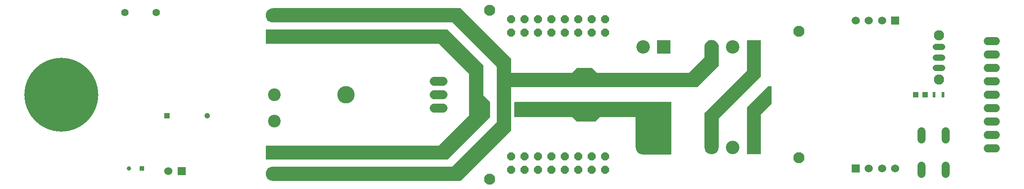
<source format=gbr>
G04 EAGLE Gerber RS-274X export*
G75*
%MOMM*%
%FSLAX34Y34*%
%LPD*%
%INSoldermask Bottom*%
%IPPOS*%
%AMOC8*
5,1,8,0,0,1.08239X$1,22.5*%
G01*
%ADD10C,2.100000*%
%ADD11C,14.000000*%
%ADD12C,1.676400*%
%ADD13C,3.302000*%
%ADD14R,1.524000X1.524000*%
%ADD15C,1.524000*%
%ADD16R,2.550000X2.550000*%
%ADD17C,2.550000*%
%ADD18C,2.400000*%
%ADD19C,1.200000*%
%ADD20C,1.950000*%
%ADD21R,0.600000X1.000000*%
%ADD22R,1.000000X1.100000*%
%ADD23C,1.400000*%
%ADD24C,1.500000*%
%ADD25R,0.804800X0.804800*%
%ADD26C,0.804800*%
%ADD27C,1.050000*%
%ADD28R,1.050000X1.050000*%
%ADD29P,1.649562X8X22.500000*%
%ADD30C,1.524000*%

G36*
X810986Y247595D02*
X810986Y247595D01*
X810981Y247691D01*
X810966Y247734D01*
X810959Y247779D01*
X810920Y247867D01*
X810888Y247958D01*
X810863Y247992D01*
X810843Y248036D01*
X810760Y248134D01*
X810707Y248207D01*
X715707Y343207D01*
X715630Y343264D01*
X715558Y343329D01*
X715517Y343349D01*
X715481Y343376D01*
X715391Y343410D01*
X715305Y343452D01*
X715263Y343458D01*
X715217Y343475D01*
X715090Y343485D01*
X715000Y343499D01*
X360000Y343499D01*
X359954Y343493D01*
X359913Y343495D01*
X357742Y343306D01*
X357648Y343284D01*
X357571Y343275D01*
X355466Y342711D01*
X355377Y342673D01*
X355302Y342652D01*
X353328Y341731D01*
X353247Y341678D01*
X353177Y341644D01*
X351392Y340394D01*
X351321Y340328D01*
X351259Y340282D01*
X349718Y338741D01*
X349660Y338664D01*
X349606Y338608D01*
X348356Y336823D01*
X348316Y336743D01*
X348277Y336685D01*
X348269Y336672D01*
X347809Y335686D01*
X347809Y335685D01*
X347348Y334698D01*
X347320Y334605D01*
X347289Y334534D01*
X346725Y332429D01*
X346713Y332333D01*
X346694Y332258D01*
X346505Y330087D01*
X346510Y329991D01*
X346505Y329913D01*
X346694Y327742D01*
X346716Y327648D01*
X346725Y327571D01*
X347289Y325466D01*
X347327Y325377D01*
X347348Y325302D01*
X348269Y323328D01*
X348322Y323247D01*
X348356Y323177D01*
X349606Y321392D01*
X349672Y321321D01*
X349718Y321259D01*
X351259Y319718D01*
X351336Y319660D01*
X351392Y319606D01*
X353177Y318356D01*
X353263Y318312D01*
X353328Y318269D01*
X355302Y317348D01*
X355359Y317331D01*
X355376Y317323D01*
X355397Y317319D01*
X355466Y317289D01*
X357571Y316725D01*
X357667Y316713D01*
X357742Y316694D01*
X359913Y316505D01*
X359959Y316507D01*
X360000Y316501D01*
X699586Y316501D01*
X784001Y232086D01*
X784001Y127914D01*
X699586Y43499D01*
X360000Y43499D01*
X359954Y43493D01*
X359913Y43495D01*
X357742Y43306D01*
X357648Y43284D01*
X357571Y43275D01*
X355466Y42711D01*
X355377Y42673D01*
X355302Y42652D01*
X353328Y41731D01*
X353247Y41678D01*
X353177Y41644D01*
X351392Y40394D01*
X351321Y40328D01*
X351259Y40282D01*
X349718Y38741D01*
X349660Y38664D01*
X349606Y38608D01*
X348356Y36823D01*
X348312Y36737D01*
X348269Y36672D01*
X347448Y34911D01*
X347348Y34698D01*
X347320Y34605D01*
X347289Y34534D01*
X346725Y32429D01*
X346713Y32333D01*
X346694Y32258D01*
X346505Y30087D01*
X346510Y29991D01*
X346505Y29913D01*
X346694Y27742D01*
X346716Y27648D01*
X346725Y27571D01*
X347289Y25466D01*
X347327Y25377D01*
X347348Y25302D01*
X348269Y23328D01*
X348322Y23247D01*
X348356Y23177D01*
X349606Y21392D01*
X349672Y21321D01*
X349718Y21259D01*
X351259Y19718D01*
X351336Y19660D01*
X351392Y19606D01*
X353177Y18356D01*
X353263Y18312D01*
X353328Y18269D01*
X355302Y17348D01*
X355395Y17320D01*
X355466Y17289D01*
X357571Y16725D01*
X357667Y16713D01*
X357742Y16694D01*
X359913Y16505D01*
X359959Y16507D01*
X360000Y16501D01*
X715000Y16501D01*
X715095Y16514D01*
X715191Y16519D01*
X715234Y16534D01*
X715279Y16541D01*
X715367Y16580D01*
X715458Y16612D01*
X715492Y16637D01*
X715536Y16657D01*
X715634Y16740D01*
X715707Y16793D01*
X810707Y111793D01*
X810764Y111870D01*
X810829Y111942D01*
X810849Y111983D01*
X810876Y112019D01*
X810910Y112109D01*
X810952Y112195D01*
X810958Y112237D01*
X810975Y112283D01*
X810985Y112411D01*
X810999Y112500D01*
X810999Y194001D01*
X1162500Y194001D01*
X1162595Y194014D01*
X1162691Y194019D01*
X1162734Y194034D01*
X1162779Y194041D01*
X1162867Y194080D01*
X1162958Y194112D01*
X1162992Y194137D01*
X1163036Y194157D01*
X1163134Y194240D01*
X1163207Y194293D01*
X1203207Y234293D01*
X1203217Y234307D01*
X1203220Y234310D01*
X1203229Y234324D01*
X1203264Y234370D01*
X1203329Y234442D01*
X1203349Y234483D01*
X1203376Y234519D01*
X1203410Y234609D01*
X1203452Y234695D01*
X1203458Y234737D01*
X1203475Y234783D01*
X1203485Y234911D01*
X1203499Y235000D01*
X1203499Y270000D01*
X1203493Y270046D01*
X1203495Y270087D01*
X1203306Y272258D01*
X1203284Y272352D01*
X1203275Y272429D01*
X1202711Y274534D01*
X1202673Y274623D01*
X1202652Y274698D01*
X1201731Y276672D01*
X1201678Y276753D01*
X1201644Y276823D01*
X1200394Y278608D01*
X1200328Y278679D01*
X1200282Y278741D01*
X1198741Y280282D01*
X1198664Y280340D01*
X1198608Y280394D01*
X1196823Y281644D01*
X1196737Y281688D01*
X1196672Y281731D01*
X1194698Y282652D01*
X1194605Y282680D01*
X1194534Y282711D01*
X1192429Y283275D01*
X1192333Y283287D01*
X1192258Y283306D01*
X1190087Y283495D01*
X1189991Y283490D01*
X1189913Y283495D01*
X1187742Y283306D01*
X1187648Y283284D01*
X1187571Y283275D01*
X1185466Y282711D01*
X1185377Y282673D01*
X1185302Y282652D01*
X1183328Y281731D01*
X1183247Y281678D01*
X1183177Y281644D01*
X1181392Y280394D01*
X1181321Y280328D01*
X1181259Y280282D01*
X1179718Y278741D01*
X1179660Y278664D01*
X1179606Y278608D01*
X1178356Y276823D01*
X1178312Y276737D01*
X1178269Y276672D01*
X1177659Y275364D01*
X1177348Y274698D01*
X1177320Y274605D01*
X1177289Y274534D01*
X1176725Y272429D01*
X1176713Y272333D01*
X1176694Y272258D01*
X1176505Y270087D01*
X1176507Y270041D01*
X1176501Y270000D01*
X1176501Y250414D01*
X1147086Y220999D01*
X973414Y220999D01*
X964707Y229707D01*
X964630Y229764D01*
X964558Y229829D01*
X964517Y229849D01*
X964481Y229876D01*
X964391Y229910D01*
X964305Y229952D01*
X964263Y229958D01*
X964217Y229975D01*
X964090Y229985D01*
X964000Y229999D01*
X935000Y229999D01*
X934905Y229986D01*
X934809Y229981D01*
X934766Y229966D01*
X934721Y229959D01*
X934633Y229920D01*
X934542Y229888D01*
X934508Y229863D01*
X934464Y229843D01*
X934367Y229760D01*
X934293Y229707D01*
X925586Y220999D01*
X810999Y220999D01*
X810999Y247500D01*
X810986Y247595D01*
G37*
G36*
X690095Y56514D02*
X690095Y56514D01*
X690191Y56519D01*
X690234Y56534D01*
X690279Y56541D01*
X690367Y56580D01*
X690458Y56612D01*
X690492Y56637D01*
X690536Y56657D01*
X690634Y56740D01*
X690707Y56793D01*
X770707Y136793D01*
X770764Y136870D01*
X770829Y136942D01*
X770849Y136983D01*
X770876Y137019D01*
X770910Y137109D01*
X770952Y137195D01*
X770958Y137237D01*
X770975Y137283D01*
X770985Y137411D01*
X770999Y137500D01*
X770999Y165000D01*
X770986Y165095D01*
X770981Y165191D01*
X770966Y165234D01*
X770959Y165279D01*
X770920Y165367D01*
X770888Y165458D01*
X770863Y165492D01*
X770843Y165536D01*
X770760Y165634D01*
X770707Y165707D01*
X758499Y177914D01*
X758499Y235000D01*
X758486Y235095D01*
X758481Y235191D01*
X758466Y235234D01*
X758459Y235279D01*
X758420Y235367D01*
X758388Y235458D01*
X758363Y235492D01*
X758343Y235536D01*
X758260Y235634D01*
X758207Y235707D01*
X690707Y303207D01*
X690630Y303264D01*
X690558Y303329D01*
X690517Y303349D01*
X690481Y303376D01*
X690391Y303410D01*
X690305Y303452D01*
X690263Y303458D01*
X690217Y303475D01*
X690090Y303485D01*
X690000Y303499D01*
X347500Y303499D01*
X347436Y303490D01*
X347372Y303491D01*
X347297Y303470D01*
X347221Y303459D01*
X347162Y303433D01*
X347100Y303416D01*
X347034Y303375D01*
X346964Y303343D01*
X346915Y303301D01*
X346860Y303268D01*
X346808Y303210D01*
X346750Y303160D01*
X346714Y303106D01*
X346671Y303058D01*
X346638Y302989D01*
X346595Y302924D01*
X346576Y302862D01*
X346548Y302805D01*
X346537Y302735D01*
X346513Y302654D01*
X346512Y302569D01*
X346501Y302500D01*
X346501Y277500D01*
X346510Y277436D01*
X346509Y277372D01*
X346530Y277297D01*
X346541Y277221D01*
X346567Y277162D01*
X346584Y277100D01*
X346625Y277034D01*
X346657Y276964D01*
X346699Y276915D01*
X346732Y276860D01*
X346790Y276808D01*
X346840Y276750D01*
X346894Y276714D01*
X346942Y276671D01*
X347011Y276638D01*
X347076Y276595D01*
X347138Y276576D01*
X347195Y276548D01*
X347265Y276537D01*
X347346Y276513D01*
X347431Y276512D01*
X347500Y276501D01*
X674586Y276501D01*
X731501Y219586D01*
X731501Y140414D01*
X674586Y83499D01*
X347500Y83499D01*
X347436Y83490D01*
X347372Y83491D01*
X347297Y83470D01*
X347221Y83459D01*
X347162Y83433D01*
X347100Y83416D01*
X347034Y83375D01*
X346964Y83343D01*
X346915Y83301D01*
X346860Y83268D01*
X346808Y83210D01*
X346750Y83160D01*
X346714Y83106D01*
X346671Y83058D01*
X346638Y82989D01*
X346595Y82924D01*
X346576Y82862D01*
X346548Y82805D01*
X346537Y82735D01*
X346513Y82654D01*
X346512Y82569D01*
X346501Y82500D01*
X346501Y57500D01*
X346510Y57436D01*
X346509Y57372D01*
X346530Y57297D01*
X346541Y57221D01*
X346567Y57162D01*
X346584Y57100D01*
X346625Y57034D01*
X346657Y56964D01*
X346699Y56915D01*
X346732Y56860D01*
X346790Y56808D01*
X346840Y56750D01*
X346894Y56714D01*
X346942Y56671D01*
X347011Y56638D01*
X347076Y56595D01*
X347138Y56576D01*
X347195Y56548D01*
X347265Y56537D01*
X347346Y56513D01*
X347431Y56512D01*
X347500Y56501D01*
X690000Y56501D01*
X690095Y56514D01*
G37*
G36*
X1112564Y66510D02*
X1112564Y66510D01*
X1112628Y66509D01*
X1112703Y66530D01*
X1112779Y66541D01*
X1112838Y66567D01*
X1112900Y66584D01*
X1112966Y66625D01*
X1113036Y66657D01*
X1113085Y66699D01*
X1113140Y66732D01*
X1113192Y66790D01*
X1113250Y66840D01*
X1113286Y66894D01*
X1113329Y66942D01*
X1113362Y67011D01*
X1113405Y67076D01*
X1113424Y67138D01*
X1113452Y67195D01*
X1113463Y67265D01*
X1113487Y67346D01*
X1113488Y67431D01*
X1113499Y67500D01*
X1113499Y137140D01*
X1113536Y137157D01*
X1113585Y137199D01*
X1113640Y137232D01*
X1113692Y137290D01*
X1113750Y137340D01*
X1113786Y137394D01*
X1113829Y137442D01*
X1113862Y137511D01*
X1113905Y137576D01*
X1113924Y137638D01*
X1113952Y137695D01*
X1113963Y137765D01*
X1113987Y137846D01*
X1113988Y137931D01*
X1113999Y138000D01*
X1113999Y165000D01*
X1113991Y165061D01*
X1113991Y165102D01*
X1113991Y165103D01*
X1113991Y165128D01*
X1113970Y165203D01*
X1113959Y165279D01*
X1113933Y165338D01*
X1113916Y165400D01*
X1113875Y165466D01*
X1113843Y165536D01*
X1113801Y165585D01*
X1113768Y165640D01*
X1113710Y165692D01*
X1113660Y165750D01*
X1113606Y165786D01*
X1113558Y165829D01*
X1113489Y165862D01*
X1113424Y165905D01*
X1113362Y165924D01*
X1113305Y165952D01*
X1113235Y165963D01*
X1113154Y165987D01*
X1113069Y165988D01*
X1113000Y165999D01*
X818000Y165999D01*
X817936Y165990D01*
X817872Y165991D01*
X817797Y165970D01*
X817721Y165959D01*
X817662Y165933D01*
X817600Y165916D01*
X817534Y165875D01*
X817464Y165843D01*
X817415Y165801D01*
X817360Y165768D01*
X817308Y165710D01*
X817250Y165660D01*
X817214Y165606D01*
X817171Y165558D01*
X817138Y165489D01*
X817095Y165424D01*
X817076Y165362D01*
X817048Y165305D01*
X817037Y165235D01*
X817013Y165154D01*
X817012Y165069D01*
X817001Y165000D01*
X817001Y138000D01*
X817010Y137936D01*
X817009Y137872D01*
X817030Y137797D01*
X817041Y137721D01*
X817067Y137662D01*
X817084Y137600D01*
X817125Y137534D01*
X817157Y137464D01*
X817199Y137415D01*
X817232Y137360D01*
X817290Y137308D01*
X817340Y137250D01*
X817394Y137214D01*
X817442Y137171D01*
X817511Y137138D01*
X817576Y137095D01*
X817638Y137076D01*
X817695Y137048D01*
X817765Y137037D01*
X817846Y137013D01*
X817931Y137012D01*
X818000Y137001D01*
X926586Y137001D01*
X934293Y129293D01*
X934370Y129236D01*
X934442Y129171D01*
X934483Y129151D01*
X934519Y129124D01*
X934609Y129090D01*
X934695Y129048D01*
X934737Y129042D01*
X934783Y129025D01*
X934911Y129015D01*
X935000Y129001D01*
X970000Y129001D01*
X970095Y129014D01*
X970191Y129019D01*
X970234Y129034D01*
X970279Y129041D01*
X970367Y129080D01*
X970458Y129112D01*
X970492Y129137D01*
X970536Y129157D01*
X970634Y129240D01*
X970707Y129293D01*
X978414Y137001D01*
X1046501Y137001D01*
X1046501Y80000D01*
X1046507Y79954D01*
X1046505Y79913D01*
X1046694Y77742D01*
X1046716Y77648D01*
X1046725Y77571D01*
X1047289Y75466D01*
X1047327Y75377D01*
X1047348Y75302D01*
X1048269Y73328D01*
X1048322Y73247D01*
X1048356Y73177D01*
X1049606Y71392D01*
X1049672Y71321D01*
X1049718Y71259D01*
X1051259Y69718D01*
X1051336Y69660D01*
X1051392Y69606D01*
X1053177Y68356D01*
X1053263Y68312D01*
X1053328Y68269D01*
X1055302Y67348D01*
X1055395Y67320D01*
X1055466Y67289D01*
X1057571Y66725D01*
X1057667Y66713D01*
X1057742Y66694D01*
X1059913Y66505D01*
X1059959Y66507D01*
X1060000Y66501D01*
X1112500Y66501D01*
X1112564Y66510D01*
G37*
G36*
X1192237Y66932D02*
X1192237Y66932D01*
X1192267Y66939D01*
X1192368Y66955D01*
X1194472Y67519D01*
X1194501Y67531D01*
X1194518Y67537D01*
X1194534Y67540D01*
X1194549Y67548D01*
X1194597Y67564D01*
X1196572Y68485D01*
X1196598Y68502D01*
X1196687Y68551D01*
X1198471Y69801D01*
X1198494Y69823D01*
X1198573Y69886D01*
X1200114Y71427D01*
X1200132Y71452D01*
X1200199Y71529D01*
X1201449Y73313D01*
X1201463Y73342D01*
X1201515Y73428D01*
X1202436Y75403D01*
X1202445Y75433D01*
X1202481Y75528D01*
X1203045Y77632D01*
X1203049Y77664D01*
X1203068Y77763D01*
X1203258Y79934D01*
X1203257Y79958D01*
X1203261Y80000D01*
X1203261Y134685D01*
X1283038Y214462D01*
X1283091Y214536D01*
X1283151Y214605D01*
X1283163Y214635D01*
X1283182Y214661D01*
X1283209Y214748D01*
X1283243Y214833D01*
X1283247Y214874D01*
X1283254Y214897D01*
X1283253Y214929D01*
X1283261Y215000D01*
X1283261Y282500D01*
X1283258Y282520D01*
X1283260Y282539D01*
X1283238Y282641D01*
X1283222Y282743D01*
X1283212Y282760D01*
X1283208Y282780D01*
X1283155Y282869D01*
X1283106Y282960D01*
X1283092Y282974D01*
X1283082Y282991D01*
X1283003Y283058D01*
X1282928Y283130D01*
X1282910Y283138D01*
X1282895Y283151D01*
X1282799Y283190D01*
X1282705Y283233D01*
X1282685Y283235D01*
X1282667Y283243D01*
X1282500Y283261D01*
X1257500Y283261D01*
X1257480Y283258D01*
X1257461Y283260D01*
X1257359Y283238D01*
X1257257Y283222D01*
X1257240Y283212D01*
X1257220Y283208D01*
X1257131Y283155D01*
X1257040Y283106D01*
X1257026Y283092D01*
X1257009Y283082D01*
X1256942Y283003D01*
X1256871Y282928D01*
X1256862Y282910D01*
X1256849Y282895D01*
X1256810Y282799D01*
X1256767Y282705D01*
X1256765Y282685D01*
X1256757Y282667D01*
X1256739Y282500D01*
X1256739Y225315D01*
X1176962Y145538D01*
X1176909Y145464D01*
X1176849Y145395D01*
X1176837Y145365D01*
X1176818Y145339D01*
X1176791Y145252D01*
X1176757Y145167D01*
X1176753Y145126D01*
X1176746Y145103D01*
X1176747Y145071D01*
X1176739Y145000D01*
X1176739Y80000D01*
X1176743Y79976D01*
X1176742Y79934D01*
X1176932Y77763D01*
X1176939Y77733D01*
X1176955Y77632D01*
X1177519Y75528D01*
X1177531Y75499D01*
X1177564Y75403D01*
X1178485Y73428D01*
X1178502Y73402D01*
X1178551Y73313D01*
X1179801Y71529D01*
X1179823Y71506D01*
X1179886Y71427D01*
X1181427Y69886D01*
X1181452Y69868D01*
X1181529Y69801D01*
X1183313Y68551D01*
X1183342Y68538D01*
X1183428Y68485D01*
X1185403Y67564D01*
X1185433Y67555D01*
X1185528Y67519D01*
X1187632Y66955D01*
X1187664Y66951D01*
X1187763Y66932D01*
X1189934Y66742D01*
X1189965Y66744D01*
X1190066Y66742D01*
X1192237Y66932D01*
G37*
G36*
X1282520Y66742D02*
X1282520Y66742D01*
X1282539Y66740D01*
X1282641Y66762D01*
X1282743Y66779D01*
X1282760Y66788D01*
X1282780Y66792D01*
X1282869Y66845D01*
X1282960Y66894D01*
X1282974Y66908D01*
X1282991Y66918D01*
X1283058Y66997D01*
X1283130Y67072D01*
X1283138Y67090D01*
X1283151Y67105D01*
X1283190Y67201D01*
X1283233Y67295D01*
X1283235Y67315D01*
X1283243Y67333D01*
X1283261Y67500D01*
X1283261Y142185D01*
X1303038Y161962D01*
X1303091Y162036D01*
X1303151Y162105D01*
X1303163Y162135D01*
X1303182Y162161D01*
X1303209Y162248D01*
X1303243Y162333D01*
X1303247Y162374D01*
X1303254Y162397D01*
X1303253Y162429D01*
X1303261Y162500D01*
X1303261Y195000D01*
X1303258Y195020D01*
X1303260Y195039D01*
X1303238Y195141D01*
X1303222Y195243D01*
X1303212Y195260D01*
X1303208Y195280D01*
X1303155Y195369D01*
X1303106Y195460D01*
X1303092Y195474D01*
X1303082Y195491D01*
X1303003Y195558D01*
X1302928Y195630D01*
X1302910Y195638D01*
X1302895Y195651D01*
X1302799Y195690D01*
X1302705Y195733D01*
X1302685Y195735D01*
X1302667Y195743D01*
X1302500Y195761D01*
X1297500Y195761D01*
X1297410Y195747D01*
X1297319Y195739D01*
X1297289Y195727D01*
X1297257Y195722D01*
X1297177Y195679D01*
X1297093Y195643D01*
X1297061Y195617D01*
X1297040Y195606D01*
X1297018Y195583D01*
X1296962Y195538D01*
X1256962Y155538D01*
X1256909Y155464D01*
X1256849Y155395D01*
X1256837Y155365D01*
X1256818Y155339D01*
X1256791Y155252D01*
X1256757Y155167D01*
X1256753Y155126D01*
X1256746Y155103D01*
X1256747Y155071D01*
X1256739Y155000D01*
X1256739Y67500D01*
X1256742Y67480D01*
X1256740Y67461D01*
X1256762Y67359D01*
X1256779Y67257D01*
X1256788Y67240D01*
X1256792Y67220D01*
X1256845Y67131D01*
X1256894Y67040D01*
X1256908Y67026D01*
X1256918Y67009D01*
X1256997Y66942D01*
X1257072Y66871D01*
X1257090Y66862D01*
X1257105Y66849D01*
X1257201Y66810D01*
X1257295Y66767D01*
X1257315Y66765D01*
X1257333Y66757D01*
X1257500Y66739D01*
X1282500Y66739D01*
X1282520Y66742D01*
G37*
D10*
X1355000Y300000D03*
X1355000Y60000D03*
D11*
X-40000Y180000D03*
D10*
X770000Y340000D03*
X770000Y20000D03*
D12*
X681882Y154600D02*
X665118Y154600D01*
X665118Y180000D02*
X681882Y180000D01*
X681882Y205400D02*
X665118Y205400D01*
D13*
X498240Y180000D03*
D14*
X1462500Y40000D03*
D15*
X1487500Y40000D03*
X1512500Y40000D03*
X1537500Y40000D03*
D14*
X1537500Y320000D03*
D15*
X1512500Y320000D03*
X1487500Y320000D03*
X1462500Y320000D03*
D16*
X1269600Y80000D03*
D17*
X1230000Y80000D03*
X1190400Y80000D03*
D16*
X1269600Y270000D03*
D17*
X1230000Y270000D03*
X1190400Y270000D03*
D18*
X362500Y180000D03*
X362500Y130000D03*
D16*
X360000Y290200D03*
D17*
X360000Y329800D03*
D16*
X360000Y69800D03*
D17*
X360000Y30200D03*
D19*
X1614000Y230000D02*
X1626000Y230000D01*
X1626000Y250000D02*
X1614000Y250000D01*
X1614000Y270000D02*
X1626000Y270000D01*
D20*
X1620000Y208000D03*
X1620000Y292000D03*
D16*
X1099800Y80000D03*
D17*
X1060200Y80000D03*
D16*
X1099800Y270000D03*
D17*
X1060200Y270000D03*
D21*
X1611000Y180000D03*
X1628000Y180000D03*
D22*
X1593500Y180000D03*
X1576500Y180000D03*
D14*
X187500Y35000D03*
D15*
X162500Y35000D03*
D23*
X139500Y335000D03*
X80500Y335000D03*
D24*
X942500Y142500D02*
X957500Y142500D01*
X957500Y217500D02*
X942500Y217500D01*
X1587500Y110000D02*
X1587500Y95000D01*
X1587500Y45000D02*
X1587500Y30000D01*
X1632500Y95000D02*
X1632500Y110000D01*
X1632500Y45000D02*
X1632500Y30000D01*
D25*
X112500Y40000D03*
D26*
X87500Y40000D03*
D27*
X236000Y140000D03*
D28*
X160000Y140000D03*
D29*
X811100Y297300D03*
X811100Y322700D03*
X836500Y297300D03*
X836500Y322700D03*
X861900Y297300D03*
X861900Y322700D03*
X887300Y297300D03*
X887300Y322700D03*
X912700Y297300D03*
X912700Y322700D03*
X938100Y297300D03*
X938100Y322700D03*
X963500Y297300D03*
X963500Y322700D03*
X988900Y297300D03*
X988900Y322700D03*
X811100Y37300D03*
X811100Y62700D03*
X836500Y37300D03*
X836500Y62700D03*
X861900Y37300D03*
X861900Y62700D03*
X887300Y37300D03*
X887300Y62700D03*
X912700Y37300D03*
X912700Y62700D03*
X938100Y37300D03*
X938100Y62700D03*
X963500Y37300D03*
X963500Y62700D03*
X988900Y37300D03*
X988900Y62700D03*
D30*
X1712380Y281600D02*
X1727620Y281600D01*
X1727620Y256200D02*
X1712380Y256200D01*
X1712380Y230800D02*
X1727620Y230800D01*
X1727620Y205400D02*
X1712380Y205400D01*
X1712380Y180000D02*
X1727620Y180000D01*
X1727620Y154600D02*
X1712380Y154600D01*
X1712380Y129200D02*
X1727620Y129200D01*
X1727620Y103800D02*
X1712380Y103800D01*
X1712380Y78400D02*
X1727620Y78400D01*
M02*

</source>
